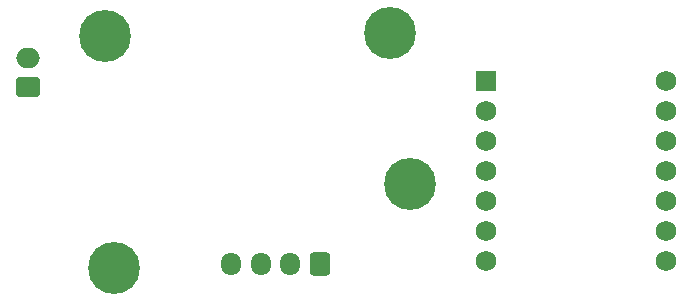
<source format=gbr>
%TF.GenerationSoftware,KiCad,Pcbnew,7.0.9*%
%TF.CreationDate,2024-01-14T15:58:55-05:00*%
%TF.ProjectId,5.2_5V,352e325f-3556-42e6-9b69-6361645f7063,rev?*%
%TF.SameCoordinates,Original*%
%TF.FileFunction,Soldermask,Bot*%
%TF.FilePolarity,Negative*%
%FSLAX46Y46*%
G04 Gerber Fmt 4.6, Leading zero omitted, Abs format (unit mm)*
G04 Created by KiCad (PCBNEW 7.0.9) date 2024-01-14 15:58:55*
%MOMM*%
%LPD*%
G01*
G04 APERTURE LIST*
G04 Aperture macros list*
%AMRoundRect*
0 Rectangle with rounded corners*
0 $1 Rounding radius*
0 $2 $3 $4 $5 $6 $7 $8 $9 X,Y pos of 4 corners*
0 Add a 4 corners polygon primitive as box body*
4,1,4,$2,$3,$4,$5,$6,$7,$8,$9,$2,$3,0*
0 Add four circle primitives for the rounded corners*
1,1,$1+$1,$2,$3*
1,1,$1+$1,$4,$5*
1,1,$1+$1,$6,$7*
1,1,$1+$1,$8,$9*
0 Add four rect primitives between the rounded corners*
20,1,$1+$1,$2,$3,$4,$5,0*
20,1,$1+$1,$4,$5,$6,$7,0*
20,1,$1+$1,$6,$7,$8,$9,0*
20,1,$1+$1,$8,$9,$2,$3,0*%
G04 Aperture macros list end*
%ADD10C,4.400000*%
%ADD11RoundRect,0.250000X0.750000X-0.600000X0.750000X0.600000X-0.750000X0.600000X-0.750000X-0.600000X0*%
%ADD12O,2.000000X1.700000*%
%ADD13RoundRect,0.250000X0.600000X0.725000X-0.600000X0.725000X-0.600000X-0.725000X0.600000X-0.725000X0*%
%ADD14O,1.700000X1.950000*%
%ADD15RoundRect,0.102000X-0.765000X-0.765000X0.765000X-0.765000X0.765000X0.765000X-0.765000X0.765000X0*%
%ADD16C,1.734000*%
G04 APERTURE END LIST*
D10*
%TO.C,H4*%
X161290000Y-47040800D03*
%TD*%
%TO.C,H3*%
X159562800Y-34239200D03*
%TD*%
%TO.C,H2*%
X136194800Y-54102000D03*
%TD*%
%TO.C,H1*%
X135432800Y-34442400D03*
%TD*%
D11*
%TO.C,J2*%
X128981200Y-38813500D03*
D12*
X128981200Y-36313500D03*
%TD*%
D13*
%TO.C,J1*%
X153660800Y-53763400D03*
D14*
X151160800Y-53763400D03*
X148660800Y-53763400D03*
X146160800Y-53763400D03*
%TD*%
D15*
%TO.C,U2*%
X167741600Y-38303200D03*
D16*
X167741600Y-40843200D03*
X167741600Y-43383200D03*
X167741600Y-45923200D03*
X167741600Y-48463200D03*
X167741600Y-51003200D03*
X167741600Y-53543200D03*
X182981600Y-53543200D03*
X182981600Y-51003200D03*
X182981600Y-48463200D03*
X182981600Y-45923200D03*
X182981600Y-43383200D03*
X182981600Y-40843200D03*
X182981600Y-38303200D03*
%TD*%
M02*

</source>
